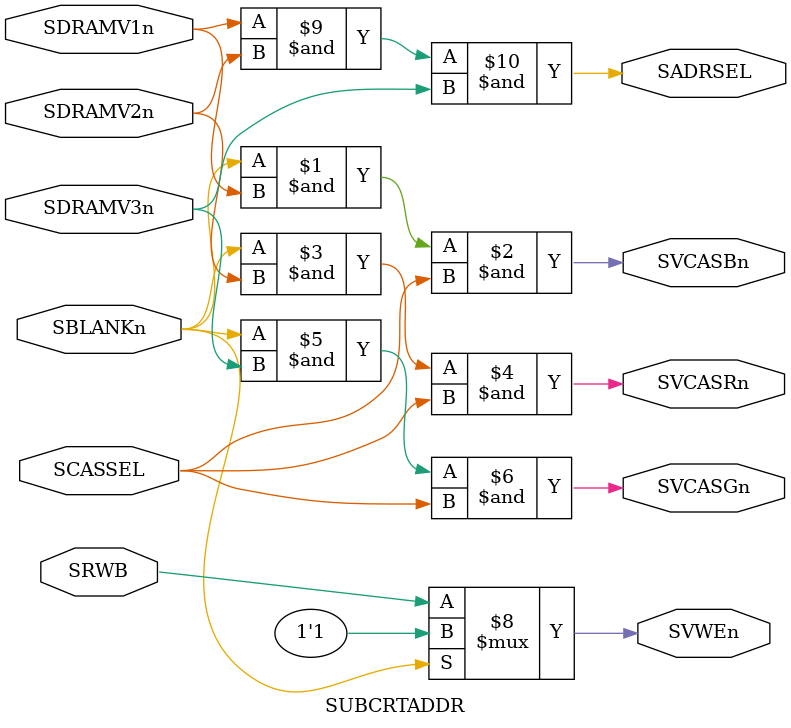
<source format=v>

module SUBCRTADDR(
  input SDRAMV1n,
  input SDRAMV2n,
  input SDRAMV3n,
  input SBLANKn,
  input SCASSEL,
  input SRWB,
  output SVCASBn,
  output SVCASRn,
  output SVCASGn,
  output SVWEn,
  output SADRSEL
);

assign SVCASBn = SBLANKn & SDRAMV1n & SCASSEL;
assign SVCASRn = SBLANKn & SDRAMV2n & SCASSEL;
assign SVCASGn = SBLANKn & SDRAMV3n & SCASSEL;

assign SVWEn = ~SBLANKn ? SRWB : 1'b1;

assign SADRSEL = SDRAMV1n & SDRAMV2n & SDRAMV3n;

// M59 is supposed to disable SCPU writes (SCPUWEn=1) when SBLANK=1
// and mux SCPU/SVD RAS/CAS signals based on SBLANK

endmodule

</source>
